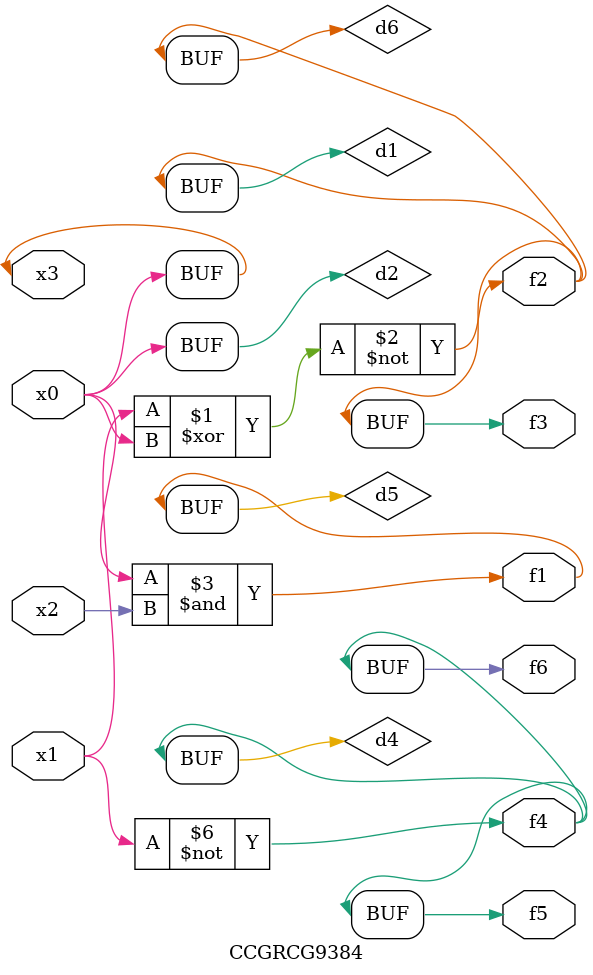
<source format=v>
module CCGRCG9384(
	input x0, x1, x2, x3,
	output f1, f2, f3, f4, f5, f6
);

	wire d1, d2, d3, d4, d5, d6;

	xnor (d1, x1, x3);
	buf (d2, x0, x3);
	nand (d3, x0, x2);
	not (d4, x1);
	nand (d5, d3);
	or (d6, d1);
	assign f1 = d5;
	assign f2 = d6;
	assign f3 = d6;
	assign f4 = d4;
	assign f5 = d4;
	assign f6 = d4;
endmodule

</source>
